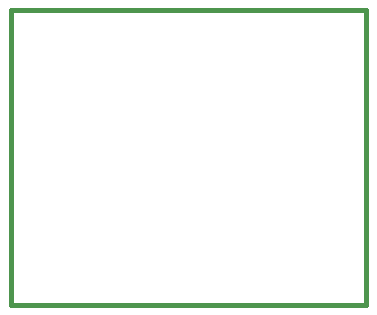
<source format=gko>
%FSLAX33Y33*%
%MOMM*%
%ADD10C,0.381*%
D10*
%LNpath-0*%
G01*
X0Y0D02*
X30000Y0D01*
X30000Y25000*
X0Y25000*
X0Y0*
%LNmechanical details_traces*%
M02*
</source>
